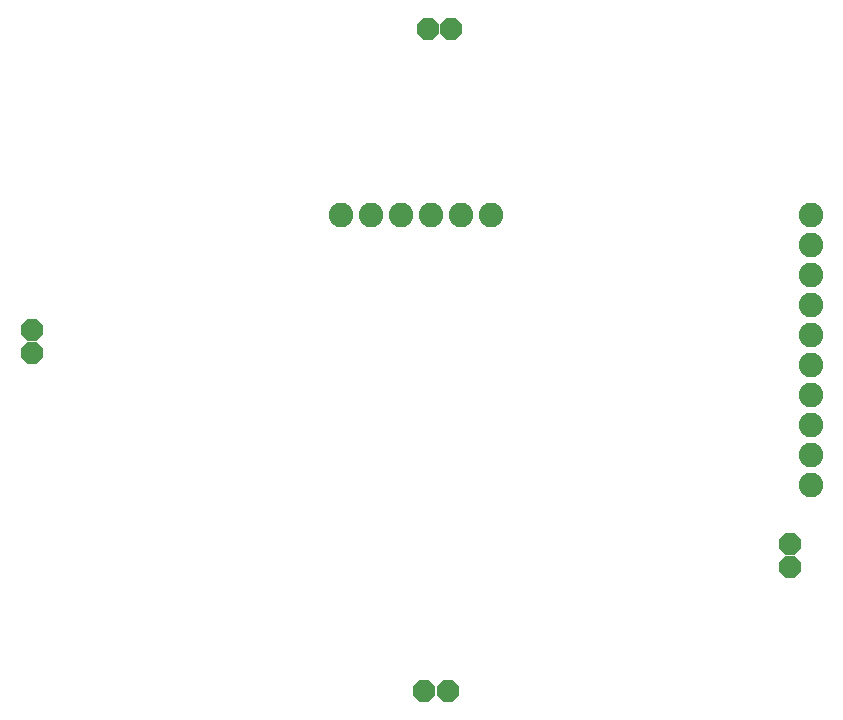
<source format=gbr>
G04 EAGLE Gerber RS-274X export*
G75*
%MOMM*%
%FSLAX34Y34*%
%LPD*%
%INSoldermask Top*%
%IPPOS*%
%AMOC8*
5,1,8,0,0,1.08239X$1,22.5*%
G01*
%ADD10C,2.082800*%
%ADD11P,2.034460X8X22.500000*%
%ADD12P,2.034460X8X202.500000*%
%ADD13P,2.034460X8X112.500000*%
%ADD14P,2.034460X8X292.500000*%


D10*
X421800Y578800D03*
X447200Y578800D03*
X472600Y578800D03*
X498000Y578800D03*
X523400Y578800D03*
X548800Y578800D03*
D11*
X492600Y175900D03*
X512600Y175900D03*
D12*
X515300Y736600D03*
X495300Y736600D03*
D13*
X802000Y280400D03*
X802000Y300400D03*
D14*
X160500Y481800D03*
X160500Y461800D03*
D10*
X820000Y350000D03*
X820000Y375400D03*
X820000Y400800D03*
X820000Y426200D03*
X820000Y451600D03*
X820000Y477000D03*
X820000Y502400D03*
X820000Y527800D03*
X820000Y553200D03*
X820000Y578600D03*
M02*

</source>
